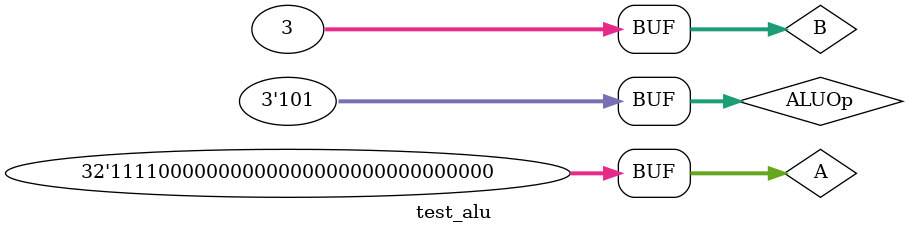
<source format=v>
`timescale 1ns / 1ps


module test_alu;

	// Inputs
	reg [31:0] A;
	reg [31:0] B;
	reg [2:0] ALUOp;

	// Outputs
	wire [31:0] C;

	// Instantiate the Unit Under Test (UUT)
	alu uut (
		.A(A), 
		.B(B), 
		.ALUOp(ALUOp), 
		.C(C)
	);

	initial begin
		// Initialize Inputs
		A = 32'hf0000000;
		B = 3;
		ALUOp = 3'b101;

		// Wait 100 ns for global reset to finish
		#100;
        
		// Add stimulus here

	end
       
endmodule


</source>
